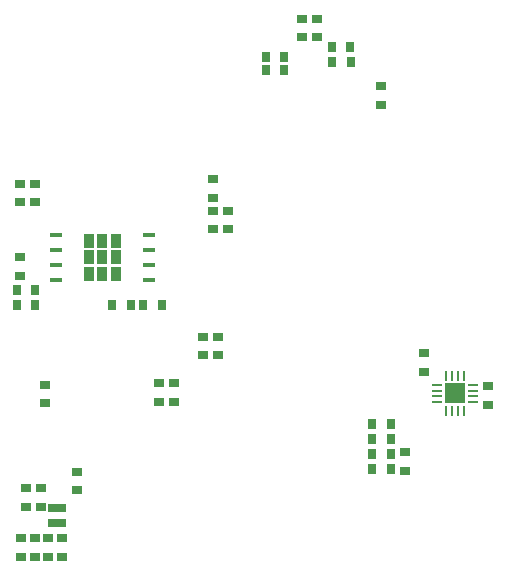
<source format=gbp>
G04*
G04 #@! TF.GenerationSoftware,Altium Limited,Altium Designer,19.1.7 (138)*
G04*
G04 Layer_Color=128*
%FSLAX42Y42*%
%MOMM*%
G71*
G01*
G75*
%ADD56R,0.97X0.80*%
%ADD57R,0.80X0.97*%
%ADD130R,1.75X1.75*%
%ADD131O,0.90X0.25*%
%ADD132O,0.25X0.90*%
%ADD133R,1.05X0.45*%
%ADD135R,1.50X0.80*%
%ADD142R,0.93X1.23*%
D56*
X11684Y10592D02*
D03*
Y10434D02*
D03*
X11570Y10592D02*
D03*
Y10434D02*
D03*
X11341Y10592D02*
D03*
Y10434D02*
D03*
X11455Y10592D02*
D03*
Y10434D02*
D03*
X11379Y11011D02*
D03*
Y10853D02*
D03*
X11506Y11011D02*
D03*
Y10853D02*
D03*
X11328Y13434D02*
D03*
Y13592D02*
D03*
Y12969D02*
D03*
Y12812D02*
D03*
X11544Y11890D02*
D03*
Y11732D02*
D03*
X12878Y12139D02*
D03*
Y12296D02*
D03*
X12967Y13630D02*
D03*
Y13472D02*
D03*
X12636Y11900D02*
D03*
Y11742D02*
D03*
X12510Y11900D02*
D03*
Y11742D02*
D03*
X13094Y13363D02*
D03*
Y13205D02*
D03*
X12967Y13363D02*
D03*
Y13205D02*
D03*
X13714Y14989D02*
D03*
Y14831D02*
D03*
X13849Y14989D02*
D03*
Y14831D02*
D03*
X15291Y11717D02*
D03*
Y11875D02*
D03*
X14750Y12159D02*
D03*
Y12001D02*
D03*
X14592Y11161D02*
D03*
Y11318D02*
D03*
X11811Y11153D02*
D03*
Y10996D02*
D03*
X14389Y14257D02*
D03*
Y14415D02*
D03*
X11455Y13434D02*
D03*
Y13592D02*
D03*
X13005Y12139D02*
D03*
Y12296D02*
D03*
D57*
X14310Y11176D02*
D03*
X14468D02*
D03*
X14310Y11303D02*
D03*
X14468D02*
D03*
X14310Y11430D02*
D03*
X14468D02*
D03*
X14310Y11557D02*
D03*
X14468D02*
D03*
X12529Y12560D02*
D03*
X12371D02*
D03*
X12111D02*
D03*
X12269D02*
D03*
X11303Y12687D02*
D03*
X11461D02*
D03*
X11303Y12560D02*
D03*
X11461D02*
D03*
X13410Y14554D02*
D03*
X13567D02*
D03*
X13410Y14668D02*
D03*
X13567D02*
D03*
X14128Y14752D02*
D03*
X13970D02*
D03*
X14130Y14624D02*
D03*
X13972D02*
D03*
D130*
X15015Y11815D02*
D03*
D131*
X15165Y11740D02*
D03*
Y11790D02*
D03*
Y11840D02*
D03*
Y11890D02*
D03*
X14865D02*
D03*
Y11840D02*
D03*
Y11790D02*
D03*
Y11740D02*
D03*
D132*
X15090Y11965D02*
D03*
X15040D02*
D03*
X14990D02*
D03*
X14940D02*
D03*
Y11665D02*
D03*
X14990D02*
D03*
X15040D02*
D03*
X15090D02*
D03*
D133*
X11635Y12776D02*
D03*
Y12903D02*
D03*
Y13030D02*
D03*
Y13157D02*
D03*
X12419Y12776D02*
D03*
Y12903D02*
D03*
Y13030D02*
D03*
Y13157D02*
D03*
D135*
X11646Y10847D02*
D03*
Y10717D02*
D03*
D142*
X11914Y12824D02*
D03*
Y12967D02*
D03*
Y13110D02*
D03*
X12027Y12824D02*
D03*
Y12967D02*
D03*
Y13110D02*
D03*
X12140Y12824D02*
D03*
Y12967D02*
D03*
Y13110D02*
D03*
M02*

</source>
